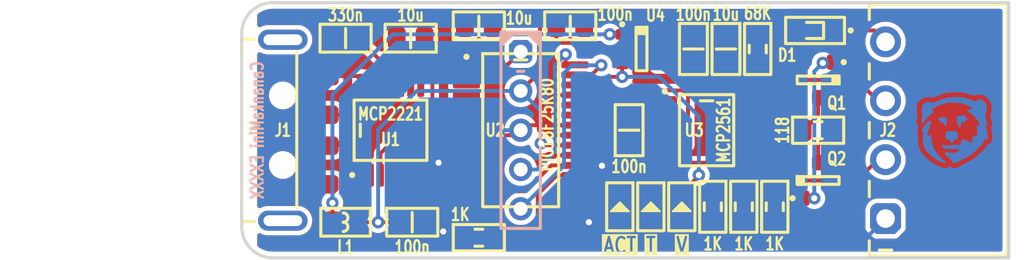
<source format=kicad_pcb>
(kicad_pcb (version 20240108) (generator "pcbnew") (generator_version "8.0")
  (layers (0 "F.Cu" signal) (31 "B.Cu" jumper) (34 "B.Paste" user) (35 "F.Paste" user) (36 "B.SilkS" user "B.Silkscreen") (37 "F.SilkS" user "F.Silkscreen") (38 "B.Mask" user) (39 "F.Mask" user) (44 "Edge.Cuts" user))
  (net 0 "")
  (net 1 "CAN_H")
  (net 2 "CAN_L")
  (net 3 "GND")
  (net 4 "CAN_V+")
  (net 5 "IO_CONTROL_TERMINATE#")
  (net 6 "USB_DP")
  (net 7 "USB_DM")
  (net 8 "USB_5V")
  (net 9 "5V")
  (net 10 "V_USB")
  (net 11 "V_CORE")
  (net 12 "OSC")
  (net 13 "IO_USBCFG")
  (net 14 "ICSP_PGC")
  (net 15 "ICSP_PGD")
  (net 16 "ICSP_VPP")
  (net 17 "LED_ACTIVITY")
  (net 18 "UART_TX")
  (net 19 "UART_RX")
  (net 20 "CAN_TX")
  (net 21 "CAN_RX")
  (net 22 "CAN_L_SPLIT")
  (net 23 "CAN_H_SPLIT")
  (net 24 "LED_CAN_TERMINATE")
  (net 25 "IO_LED_ACTIVITY#")
  (net 26 "ILIMIT")
  (net 27 "LED_POWER")
  (net 28 "POWER_ON#")
  (net 29 "POWER_FAULT#")
  (net 30 "OUT_5V")
  (footprint "Medo64:C (0805)" (layer "F.Cu") (at 49.15 23 -90)
    (property "Reference" "C4" (hide yes))
    (property "Value" "100n" (at -2.25 0 180) (layer "F.SilkS") (effects (font (size 0.8 0.6) (thickness 0.15) (bold yes))))
    (pad "1" smd roundrect (at -0.9 0 270) (size 1.15 1.45) (layers "F.Cu" "F.Paste" "F.Mask") (net 30 "OUT_5V"))
    (pad "2" smd roundrect (at 0.9 0 270) (size 1.15 1.45) (layers "F.Cu" "F.Paste" "F.Mask") (net 3 "GND"))
  )
  (footprint "Medo64:U Micro [PIC18F25K80] (SSOP-28)" (layer "F.Cu") (at 38 28.25)
    (property "Reference" "U2" (at -1.65 0 180) (layer "F.SilkS") (effects (font (size 0.8 0.6))))
    (property "Value" "PIC18F25K80" (at 1.7 -0.35 90) (layer "F.SilkS") (effects (font (size 0.8 0.6))))
    (pad "1" smd roundrect (at -3.5 -4.225) (size 1.75 0.45) (layers "F.Cu" "F.Paste" "F.Mask") (chamfer_ratio 0.2) (chamfer top_left top_right) (net 16 "ICSP_VPP"))
    (pad "2" smd roundrect (at -3.5 -3.575) (size 1.75 0.45) (layers "F.Cu" "F.Paste" "F.Mask"))
    (pad "3" smd roundrect (at -3.5 -2.925) (size 1.75 0.45) (layers "F.Cu" "F.Paste" "F.Mask"))
    (pad "4" smd roundrect (at -3.5 -2.275) (size 1.75 0.45) (layers "F.Cu" "F.Paste" "F.Mask"))
    (pad "5" smd roundrect (at -3.5 -1.625) (size 1.75 0.45) (layers "F.Cu" "F.Paste" "F.Mask") (net 3 "GND"))
    (pad "6" smd roundrect (at -3.5 -0.975) (size 1.75 0.45) (layers "F.Cu" "F.Paste" "F.Mask") (net 11 "V_CORE"))
    (pad "7" smd roundrect (at -3.5 -0.325) (size 1.75 0.45) (layers "F.Cu" "F.Paste" "F.Mask") (net 3 "GND"))
    (pad "8" smd roundrect (at -3.5 0.325) (size 1.75 0.45) (layers "F.Cu" "F.Paste" "F.Mask") (net 3 "GND"))
    (pad "9" smd roundrect (at -3.5 0.975) (size 1.75 0.45) (layers "F.Cu" "F.Paste" "F.Mask") (net 12 "OSC"))
    (pad "10" smd roundrect (at -3.5 1.625) (size 1.75 0.45) (layers "F.Cu" "F.Paste" "F.Mask"))
    (pad "11" smd roundrect (at -3.5 2.275) (size 1.75 0.45) (layers "F.Cu" "F.Paste" "F.Mask") (net 3 "GND"))
    (pad "12" smd roundrect (at -3.5 2.925) (size 1.75 0.45) (layers "F.Cu" "F.Paste" "F.Mask"))
    (pad "13" smd roundrect (at -3.5 3.575) (size 1.75 0.45) (layers "F.Cu" "F.Paste" "F.Mask") (net 13 "IO_USBCFG"))
    (pad "14" smd roundrect (at -3.5 4.225) (size 1.75 0.45) (layers "F.Cu" "F.Paste" "F.Mask"))
    (pad "15" smd roundrect (at 3.5 4.225) (size 1.75 0.45) (layers "F.Cu" "F.Paste" "F.Mask") (net 5 "IO_CONTROL_TERMINATE#"))
    (pad "16" smd roundrect (at 3.5 3.575) (size 1.75 0.45) (layers "F.Cu" "F.Paste" "F.Mask") (net 25 "IO_LED_ACTIVITY#"))
    (pad "17" smd roundrect (at 3.5 2.925) (size 1.75 0.45) (layers "F.Cu" "F.Paste" "F.Mask") (net 18 "UART_TX"))
    (pad "18" smd roundrect (at 3.5 2.275) (size 1.75 0.45) (layers "F.Cu" "F.Paste" "F.Mask") (net 19 "UART_RX"))
    (pad "19" smd roundrect (at 3.5 1.625) (size 1.75 0.45) (layers "F.Cu" "F.Paste" "F.Mask") (net 3 "GND"))
    (pad "20" smd roundrect (at 3.5 0.975) (size 1.75 0.45) (layers "F.Cu" "F.Paste" "F.Mask") (net 9 "5V"))
    (pad "21" smd roundrect (at 3.5 0.325) (size 1.75 0.45) (layers "F.Cu" "F.Paste" "F.Mask") (net 3 "GND"))
    (pad "22" smd roundrect (at 3.5 -0.325) (size 1.75 0.45) (layers "F.Cu" "F.Paste" "F.Mask") (net 3 "GND"))
    (pad "23" smd roundrect (at 3.5 -0.975) (size 1.75 0.45) (layers "F.Cu" "F.Paste" "F.Mask") (net 20 "CAN_TX"))
    (pad "24" smd roundrect (at 3.5 -1.625) (size 1.75 0.45) (layers "F.Cu" "F.Paste" "F.Mask") (net 21 "CAN_RX"))
    (pad "25" smd roundrect (at 3.5 -2.275) (size 1.75 0.45) (layers "F.Cu" "F.Paste" "F.Mask") (net 3 "GND"))
    (pad "26" smd roundrect (at 3.5 -2.925) (size 1.75 0.45) (layers "F.Cu" "F.Paste" "F.Mask") (net 28 "POWER_ON#"))
    (pad "27" smd roundrect (at 3.5 -3.575) (size 1.75 0.45) (layers "F.Cu" "F.Paste" "F.Mask") (net 14 "ICSP_PGC"))
    (pad "28" smd roundrect (at 3.5 -4.225) (size 1.75 0.45) (layers "F.Cu" "F.Paste" "F.Mask") (net 15 "ICSP_PGD"))
  )
  (footprint "Medo64:DS (0805)" (layer "F.Cu") (at 48.4 33.2 -90)
    (property "Reference" "DS3" (hide yes))
    (property "Value" "V" (at 2.5 0 180) (layer "F.SilkS" knockout) (effects (font (size 1 0.8) (thickness 0.15) (bold yes))))
    (pad "1" smd roundrect (at -0.9 0 270) (size 1 1.4) (layers "F.Cu" "F.Paste" "F.Mask") (chamfer_ratio 0.2) (chamfer top_left bottom_left) (net 28 "POWER_ON#"))
    (pad "2" smd roundrect (at 0.9 0 270) (size 1 1.4) (layers "F.Cu" "F.Paste" "F.Mask") (net 27 "LED_POWER"))
  )
  (footprint "Medo64:U LoadSwitch Adjustable [AP22652W6-7] (SOT23-6)" (layer "F.Cu") (at 45.8 23)
    (property "Reference" "U4" (at 0.9 -2.2 0) (layer "F.SilkS") (effects (font (size 0.8 0.6))))
    (property "Value" "AP22652W6-7" (hide yes))
    (pad "1" smd roundrect (at -1.25 -0.95) (size 0.9 0.7) (layers "F.Cu" "F.Paste" "F.Mask") (chamfer_ratio 0.2) (chamfer top_left top_right) (net 8 "USB_5V"))
    (pad "2" smd roundrect (at -1.25 0) (size 0.9 0.7) (layers "F.Cu" "F.Paste" "F.Mask") (net 3 "GND"))
    (pad "3" smd roundrect (at -1.25 0.95) (size 0.9 0.7) (layers "F.Cu" "F.Paste" "F.Mask") (chamfer_ratio 0.2) (chamfer top_left top_right) (net 28 "POWER_ON#"))
    (pad "4" smd roundrect (at 1.25 0.95) (size 0.9 0.7) (layers "F.Cu" "F.Paste" "F.Mask") (net 29 "POWER_FAULT#"))
    (pad "5" smd roundrect (at 1.25 0) (size 0.9 0.7) (layers "F.Cu" "F.Paste" "F.Mask") (net 26 "ILIMIT"))
    (pad "6" smd roundrect (at 1.25 -0.95) (size 0.9 0.7) (layers "F.Cu" "F.Paste" "F.Mask") (net 30 "OUT_5V"))
  )
  (footprint "Medo64:Q MOSFET-P (SOT23-3)" (layer "F.Cu") (at 57.2 25 180)
    (property "Reference" "Q1" (at -1.2 -1.5 180) (layer "F.SilkS") (effects (font (size 0.8 0.6))))
    (property "Value" "DMG2305UX-13" (hide yes))
    (pad "1" smd roundrect (at -0.95 1.15 180) (size 0.8 1) (layers "F.Cu" "F.Paste" "F.Mask") (chamfer_ratio 0.2) (chamfer top_left bottom_left) (net 5 "IO_CONTROL_TERMINATE#"))
    (pad "2" smd roundrect (at 0.95 1.15 180) (size 0.8 1) (layers "F.Cu" "F.Paste" "F.Mask") (net 1 "CAN_H"))
    (pad "3" smd roundrect (at 0 -1.15 180) (size 0.8 1) (layers "F.Cu" "F.Paste" "F.Mask") (net 23 "CAN_H_SPLIT"))
  )
  (footprint "Medo64:C (0805)" (layer "F.Cu") (at 26.7 22.3 180)
    (property "Reference" "C5" (hide yes))
    (property "Value" "330n" (at 0 1.5 180) (layer "F.SilkS") (effects (font (size 0.8 0.6) (thickness 0.15) (bold yes))))
    (pad "1" smd roundrect (at -0.9 0 180) (size 1.15 1.45) (layers "F.Cu" "F.Paste" "F.Mask") (net 10 "V_USB"))
    (pad "2" smd roundrect (at 0.9 0 180) (size 1.15 1.45) (layers "F.Cu" "F.Paste" "F.Mask") (net 3 "GND"))
  )
  (footprint "Medo64:J USB A 2.0 Plug (4w)" (layer "F.Cu") (at 22.65 28.25 -90)
    (property "Reference" "J1" (at 0 0 180) (layer "F.SilkS") (effects (font (size 0.8 0.6))))
    (property "Value" "48037-2200" (hide yes))
    (pad "" np_thru_hole circle (at -2.25 0 270) (size 1.25 1.25) (drill 1.3) (layers "F&B.Cu" "*.Mask"))
    (pad "" np_thru_hole circle (at 2.25 0 270) (size 1.25 1.25) (drill 1.3) (layers "F&B.Cu" "*.Mask"))
    (pad "1" smd roundrect (at 3.5 -2.6 270) (size 1.2 2) (layers "F.Cu" "F.Paste" "F.Mask") (chamfer_ratio 0.2) (chamfer top_right bottom_right) (net 8 "USB_5V"))
    (pad "2" smd roundrect (at 1 -2.6 270) (size 1.2 2) (layers "F.Cu" "F.Paste" "F.Mask") (net 7 "USB_DM"))
    (pad "3" smd roundrect (at -1 -2.6 270) (size 1.2 2) (layers "F.Cu" "F.Paste" "F.Mask") (net 6 "USB_DP"))
    (pad "4" smd roundrect (at -3.5 -2.6 270) (size 1.2 2) (layers "F.Cu" "F.Paste" "F.Mask") (net 3 "GND"))
    (pad "S" thru_hole oval (at -5.85 0 270) (size 1.3 3.2) (drill oval 0.7 2.5) (layers "*.Cu" "*.Mask" "F.Paste"))
    (pad "S" thru_hole oval (at 5.85 0 270) (size 1.3 3.2) (drill oval 0.7 2.5) (layers "*.Cu" "*.Mask" "F.Paste"))
  )
  (footprint "Medo64:L Ferrite (0805)" (layer "F.Cu") (at 26.7 34.2)
    (property "Reference" "L1" (at 0 1.6 0) (layer "F.SilkS") (effects (font (size 0.8 0.6))))
    (property "Value" "40R" (hide yes))
    (pad "1" smd roundrect (at -0.85 0) (size 1.05 1.4) (layers "F.Cu" "F.Paste" "F.Mask") (net 8 "USB_5V"))
    (pad "2" smd roundrect (at 0.85 0) (size 1.05 1.4) (layers "F.Cu" "F.Paste" "F.Mask") (net 9 "5V"))
  )
  (footprint "Medo64:R (0805)" (layer "F.Cu") (at 57.2 28.25)
    (property "Reference" "R1" (hide yes))
    (property "Value" "118" (at -2.3 0 -90) (layer "F.SilkS") (effects (font (size 0.8 0.6))))
    (pad "1" smd roundrect (at -0.95 0) (size 1.05 1.4) (layers "F.Cu" "F.Paste" "F.Mask") (net 23 "CAN_H_SPLIT"))
    (pad "2" smd roundrect (at 0.95 0) (size 1.05 1.4) (layers "F.Cu" "F.Paste" "F.Mask") (net 22 "CAN_L_SPLIT"))
  )
  (footprint "Medo64:C (0805)" (layer "F.Cu") (at 30.9 22.3 180)
    (property "Reference" "C6" (hide yes))
    (property "Value" "10u" (at 0 1.5 0) (layer "F.SilkS") (effects (font (size 0.8 0.6) (thickness 0.15) (bold yes))))
    (pad "1" smd roundrect (at -0.9 0 180) (size 1.15 1.45) (layers "F.Cu" "F.Paste" "F.Mask") (net 11 "V_CORE"))
    (pad "2" smd roundrect (at 0.9 0 180) (size 1.15 1.45) (layers "F.Cu" "F.Paste" "F.Mask") (net 3 "GND"))
  )
  (footprint "Medo64:C (0805)" (layer "F.Cu") (at 51.25 23 -90)
    (property "Reference" "C8" (hide yes))
    (property "Value" "10u" (at -2.25 0 180) (layer "F.SilkS") (effects (font (size 0.8 0.6) (thickness 0.15) (bold yes))))
    (pad "1" smd roundrect (at -0.9 0 270) (size 1.15 1.45) (layers "F.Cu" "F.Paste" "F.Mask") (net 30 "OUT_5V"))
    (pad "2" smd roundrect (at 0.9 0 270) (size 1.15 1.45) (layers "F.Cu" "F.Paste" "F.Mask") (net 3 "GND"))
  )
  (footprint "Medo64:D (SOD323)" (layer "F.Cu") (at 57 21.8 180)
    (property "Reference" "D1" (at 1.8 -1.6 180) (layer "F.SilkS") (effects (font (size 0.8 0.6) (thickness 0.15) (bold yes))))
    (property "Value" "CUS08F30" (hide yes))
    (pad "1" smd roundrect (at -1.25 0 180) (size 0.95 0.55) (layers "F.Cu" "F.Paste" "F.Mask") (chamfer_ratio 0.2) (chamfer top_left bottom_left) (net 4 "CAN_V+"))
    (pad "2" smd roundrect (at 1.25 0 180) (size 0.95 0.55) (layers "F.Cu" "F.Paste" "F.Mask") (net 30 "OUT_5V"))
  )
  (footprint "Medo64:DS (0805)" (layer "F.Cu") (at 46.4 33.2 -90)
    (property "Reference" "DS2" (hide yes))
    (property "Value" "T" (at 2.5 0 180) (layer "F.SilkS" knockout) (effects (font (size 1 0.8) (thickness 0.15) (bold yes))))
    (pad "1" smd roundrect (at -0.9 0 270) (size 1 1.4) (layers "F.Cu" "F.Paste" "F.Mask") (chamfer_ratio 0.2) (chamfer top_left bottom_left) (net 5 "IO_CONTROL_TERMINATE#"))
    (pad "2" smd roundrect (at 0.9 0 270) (size 1 1.4) (layers "F.Cu" "F.Paste" "F.Mask") (net 24 "LED_CAN_TERMINATE"))
  )
  (footprint "Medo64:DS (0805)" (layer "F.Cu") (at 44.4 33.2 -90)
    (property "Reference" "DS1" (hide yes))
    (property "Value" "ACT" (at 2.5 0 180) (layer "F.SilkS" knockout) (effects (font (size 1 0.8) (thickness 0.15) (bold yes))))
    (pad "1" smd roundrect (at -0.9 0 270) (size 1 1.4) (layers "F.Cu" "F.Paste" "F.Mask") (chamfer_ratio 0.2) (chamfer top_left bottom_left) (net 25 "IO_LED_ACTIVITY#"))
    (pad "2" smd roundrect (at 0.9 0 270) (size 1 1.4) (layers "F.Cu" "F.Paste" "F.Mask") (net 17 "LED_ACTIVITY"))
  )
  (footprint "Medo64:R (0805)" (layer "F.Cu") (at 54.4 33.2 -90)
    (property "Reference" "R5" (hide yes))
    (property "Value" "1K" (at 2.4 0 180) (layer "F.SilkS") (effects (font (size 0.8 0.6))))
    (pad "1" smd roundrect (at -0.95 0 270) (size 1.05 1.4) (layers "F.Cu" "F.Paste" "F.Mask") (net 9 "5V"))
    (pad "2" smd roundrect (at 0.95 0 270) (size 1.05 1.4) (layers "F.Cu" "F.Paste" "F.Mask") (net 5 "IO_CONTROL_TERMINATE#"))
  )
  (footprint "Medo64:U Transceiver CAN [MCP2561] (SOIC-8)" (layer "F.Cu") (at 50 28.25)
    (property "Reference" "U3" (at -0.8 0 180) (layer "F.SilkS") (effects (font (size 0.8 0.6))))
    (property "Value" "MCP2561" (at 1.1 0 90) (layer "F.SilkS") (effects (font (size 0.8 0.6))))
    (pad "1" smd roundrect (at -2.7 -1.905) (size 1.6 0.6) (layers "F.Cu" "F.Paste" "F.Mask") (chamfer_ratio 0.2) (chamfer top_left top_right) (net 20 "CAN_TX"))
    (pad "2" smd roundrect (at -2.7 -0.635) (size 1.6 0.6) (layers "F.Cu" "F.Paste" "F.Mask") (net 3 "GND"))
    (pad "3" smd roundrect (at -2.7 0.635) (size 1.6 0.6) (layers "F.Cu" "F.Paste" "F.Mask") (net 9 "5V"))
    (pad "4" smd roundrect (at -2.7 1.905) (size 1.6 0.6) (layers "F.Cu" "F.Paste" "F.Mask") (net 21 "CAN_RX"))
    (pad "5" smd roundrect (at 2.7 1.905) (size 1.6 0.6) (layers "F.Cu" "F.Paste" "F.Mask"))
    (pad "6" smd roundrect (at 2.7 0.635) (size 1.6 0.6) (layers "F.Cu" "F.Paste" "F.Mask") (net 2 "CAN_L"))
    (pad "7" smd roundrect (at 2.7 -0.635) (size 1.6 0.6) (layers "F.Cu" "F.Paste" "F.Mask") (net 1 "CAN_H"))
    (pad "8" smd roundrect (at 2.7 -1.905) (size 1.6 0.6) (layers "F.Cu" "F.Paste" "F.Mask") (net 3 "GND"))
  )
  (footprint "Medo64:J Phoenix MC [CAN] (4w)" (layer "F.Cu") (at 61.55 28.25 90)
    (property "Reference" "J2" (at 0 0.15 0) (layer "F.SilkS") (effects (font (size 0.8 0.6) (thickness 0.15) (bold yes))))
    (property "Value" "MC 1,5/4" (hide yes))
    (pad "1" thru_hole roundrect (at -5.715 0 90) (size 2 2) (drill 1.2) (layers "*.Cu" "B.Mask") (chamfer_ratio 0.2) (chamfer top_left bottom_left) (net 3 "GND"))
    (pad "2" thru_hole circle (at -1.905 0 90) (size 2 2) (drill 1.2) (layers "*.Cu" "B.Mask") (net 2 "CAN_L"))
    (pad "3" thru_hole circle (at 1.905 0 90) (size 2 2) (drill 1.2) (layers "*.Cu" "B.Mask") (net 1 "CAN_H"))
    (pad "4" thru_hole circle (at 5.715 0 90) (size 2 2) (drill 1.2) (layers "*.Cu" "B.Mask") (net 4 "CAN_V+"))
  )
  (footprint "Medo64:C (0805)" (layer "F.Cu") (at 35.3 21.5 180)
    (property "Reference" "C7" (hide yes))
    (property "Value" "10u" (at -2.6 0.5 180) (layer "F.SilkS") (effects (font (size 0.8 0.6) (thickness 0.15) (bold yes))))
    (pad "1" smd roundrect (at -0.9 0 180) (size 1.15 1.45) (layers "F.Cu" "F.Paste" "F.Mask") (net 9 "5V"))
    (pad "2" smd roundrect (at 0.9 0 180) (size 1.15 1.45) (layers "F.Cu" "F.Paste" "F.Mask") (net 3 "GND"))
  )
  (footprint "Medo64:C (0805)" (layer "F.Cu") (at 31 34.2)
    (property "Reference" "C1" (hide yes))
    (property "Value" "100n" (at 0 1.6 0) (layer "F.SilkS") (effects (font (size 0.8 0.6) (thickness 0.15) (bold yes))))
    (pad "1" smd roundrect (at -0.9 0) (size 1.15 1.45) (layers "F.Cu" "F.Paste" "F.Mask") (net 9 "5V"))
    (pad "2" smd roundrect (at 0.9 0) (size 1.15 1.45) (layers "F.Cu" "F.Paste" "F.Mask") (net 3 "GND"))
  )
  (footprint "Medo64:R (0805)" (layer "F.Cu") (at 52.4 33.2 -90)
    (property "Reference" "R4" (hide yes))
    (property "Value" "1K" (at 2.4 0 180) (layer "F.SilkS") (effects (font (size 0.8 0.6))))
    (pad "1" smd roundrect (at -0.95 0 270) (size 1.05 1.4) (layers "F.Cu" "F.Paste" "F.Mask") (net 9 "5V"))
    (pad "2" smd roundrect (at 0.95 0 270) (size 1.05 1.4) (layers "F.Cu" "F.Paste" "F.Mask") (net 24 "LED_CAN_TERMINATE"))
  )
  (footprint "Medo64:U Transceiver UART+I2C [MCP2221] (TSSOP-14)" (layer "F.Cu") (at 29.6 28.25 90)
    (property "Reference" "U1" (at -0.6 0 0) (layer "F.SilkS") (effects (font (size 0.8 0.6))))
    (property "Value" "MCP2221" (at 1.05 0 0) (layer "F.SilkS") (effects (font (size 0.8 0.6))))
    (pad "1" smd roundrect (at -2.9 -1.95 90) (size 1.5 0.45) (layers "F.Cu" "F.Paste" "F.Mask") (chamfer_ratio 0.2) (chamfer top_left top_right) (net 9 "5V"))
    (pad "2" smd roundrect (at -2.9 -1.3 90) (size 1.5 0.45) (layers "F.Cu" "F.Paste" "F.Mask"))
    (pad "3" smd roundrect (at -2.9 -0.65 90) (size 1.5 0.45) (layers "F.Cu" "F.Paste" "F.Mask") (net 12 "OSC"))
    (pad "4" smd roundrect (at -2.9 0 90) (size 1.5 0.45) (layers "F.Cu" "F.Paste" "F.Mask"))
    (pad "5" smd roundrect (at -2.9 0.65 90) (size 1.5 0.45) (layers "F.Cu" "F.Paste" "F.Mask") (net 18 "UART_TX"))
    (pad "6" smd roundrect (at -2.9 1.3 90) (size 1.5 0.45) (layers "F.Cu" "F.Paste" "F.Mask") (net 19 "UART_RX"))
    (pad "7" smd roundrect (at -2.9 1.95 90) (size 1.5 0.45) (layers "F.Cu" "F.Paste" "F.Mask") (net 13 "IO_USBCFG"))
    (pad "8" smd roundrect (at 2.9 1.95 90) (size 1.5 0.45) (layers "F.Cu" "F.Paste" "F.Mask"))
    (pad "9" smd roundrect (at 2.9 1.3 90) (size 1.5 0.45) (layers "F.Cu" "F.Paste" "F.Mask"))
    (pad "10" smd roundrect (at 2.9 0.65 90) (size 1.5 0.45) (layers "F.Cu" "F.Paste" "F.Mask"))
    (pad "11" smd roundrect (at 2.9 0 90) (size 1.5 0.45) (layers "F.Cu" "F.Paste" "F.Mask") (net 10 "V_USB"))
    (pad "12" smd roundrect (at 2.9 -0.65 90) (size 1.5 0.45) (layers "F.Cu" "F.Paste" "F.Mask") (net 7 "USB_DM"))
    (pad "13" smd roundrect (at 2.9 -1.3 90) (size 1.5 0.45) (layers "F.Cu" "F.Paste" "F.Mask") (net 6 "USB_DP"))
    (pad "14" smd roundrect (at 2.9 -1.95 90) (size 1.5 0.45) (layers "F.Cu" "F.Paste" "F.Mask") (net 3 "GND"))
  )
  (footprint "Medo64:R (0805)" (layer "F.Cu") (at 50.4 33.2 -90)
    (property "Reference" "R3" (hide yes))
    (property "Value" "1K" (at 2.4 0 180) (layer "F.SilkS") (effects (font (size 0.8 0.6))))
    (pad "1" smd roundrect (at -0.95 0 270) (size 1.05 1.4) (layers "F.Cu" "F.Paste" "F.Mask") (net 9 "5V"))
    (pad "2" smd roundrect (at 0.95 0 270) (size 1.05 1.4) (layers "F.Cu" "F.Paste" "F.Mask") (net 27 "LED_POWER"))
  )
  (footprint "Medo64:Q MOSFET-P (SOT23-3)" (layer "F.Cu") (at 57.2 31.5)
    (property "Reference" "Q2" (at 1.2 -1.4 180) (layer "F.SilkS") (effects (font (size 0.8 0.6))))
    (property "Value" "DMG2305UX-13" (hide yes))
    (pad "1" smd roundrect (at -0.95 1.15) (size 0.8 1) (layers "F.Cu" "F.Paste" "F.Mask") (chamfer_ratio 0.2) (chamfer top_left bottom_left) (net 5 "IO_CONTROL_TERMINATE#"))
    (pad "2" smd roundrect (at 0.95 1.15) (size 0.8 1) (layers "F.Cu" "F.Paste" "F.Mask") (net 2 "CAN_L"))
    (pad "3" smd roundrect (at 0 -1.15) (size 0.8 1) (layers "F.Cu" "F.Paste" "F.Mask") (net 22 "CAN_L_SPLIT"))
  )
  (footprint "Medo64:R (0805)" (layer "F.Cu") (at 35.3 35.2)
    (property "Reference" "R2" (hide yes))
    (property "Value" "1K" (at -1.2 -1.5 0) (layer "F.SilkS") (effects (font (size 0.8 0.6))))
    (pad "1" smd roundrect (at -0.95 0) (size 1.05 1.4) (layers "F.Cu" "F.Paste" "F.Mask") (net 9 "5V"))
    (pad "2" smd roundrect (at 0.95 0) (size 1.05 1.4) (layers "F.Cu" "F.Paste" "F.Mask") (net 17 "LED_ACTIVITY"))
  )
  (footprint "Medo64:C (0805)" (layer "F.Cu") (at 45 28.25 90)
    (property "Reference" "C2" (hide yes))
    (property "Value" "100n" (at -2.35 0 0) (layer "F.SilkS") (effects (font (size 0.8 0.6) (thickness 0.15) (bold yes))))
    (pad "1" smd roundrect (at -0.9 0 90) (size 1.15 1.45) (layers "F.Cu" "F.Paste" "F.Mask") (net 9 "5V"))
    (pad "2" smd roundrect (at 0.9 0 90) (size 1.15 1.45) (layers "F.Cu" "F.Paste" "F.Mask") (net 3 "GND"))
  )
  (footprint "Medo64:C (0805)" (layer "F.Cu") (at 41.2 21.5 180)
    (property "Reference" "C3" (hide yes))
    (property "Value" "100n" (at -2.9 0.75 180) (layer "F.SilkS") (effects (font (size 0.8 0.6) (thickness 0.15) (bold yes))))
    (pad "1" smd roundrect (at -0.9 0 180) (size 1.15 1.45) (layers "F.Cu" "F.Paste" "F.Mask") (net 8 "USB_5V"))
    (pad "2" smd roundrect (at 0.9 0 180) (size 1.15 1.45) (layers "F.Cu" "F.Paste" "F.Mask") (net 3 "GND"))
  )
  (footprint "Medo64:R (0805)" (layer "F.Cu") (at 53.3 23 -90)
    (property "Reference" "R7" (hide yes))
    (property "Value" "68K" (at -2.3 0 180) (layer "F.SilkS") (effects (font (size 0.8 0.6))))
    (pad "1" smd roundrect (at -0.95 0 270) (size 1.05 1.4) (layers "F.Cu" "F.Paste" "F.Mask") (net 26 "ILIMIT"))
    (pad "2" smd roundrect (at 0.95 0 270) (size 1.05 1.4) (layers "F.Cu" "F.Paste" "F.Mask") (net 3 "GND"))
  )
  (footprint "Medo64:ICSP PIC Pogo SS (5w)" (layer "B.Cu") (at 38 28.25 -90)
    (property "Reference" "ICSP" (hide yes))
    (property "Value" "Microchip PIC" (hide yes))
    (pad "1" thru_hole roundrect (at -5.08 0 270) (size 1.5 1.5) (drill 0.9) (layers "*.Cu" "B.Mask") (chamfer_ratio 0.2) (chamfer top_left bottom_left) (net 16 "ICSP_VPP"))
    (pad "2" thru_hole circle (at -2.54 0 270) (size 1.5 1.5) (drill 0.9) (layers "*.Cu" "B.Mask") (net 9 "5V"))
    (pad "3" thru_hole circle (at 0 0 270) (size 1.5 1.5) (drill 0.9) (layers "*.Cu" "B.Mask") (net 3 "GND"))
    (pad "4" thru_hole circle (at 2.54 0 270) (size 1.5 1.5) (drill 0.9) (layers "*.Cu" "B.Mask") (net 15 "ICSP_PGD"))
    (pad "5" thru_hole circle (at 5.08 0 270) (size 1.5 1.5) (drill 0.9) (layers "*.Cu" "B.Mask") (net 14 "ICSP_PGC"))
  )
  (footprint "Medo64:ICON Medo64" (layer "B.Cu") (at 66 28.25 180)
    (property "Reference" "ICON" (hide yes))
    (property "Value" "Medo64" (hide yes))
    (fp_poly (pts (xy 0.569 0.353) (xy 0.506 0.707) (xy 0.554 0.778) (xy 0.719 0.8) (xy 0.885 0.786) (xy 0.979 0.733) (xy 1.012 0.682) (xy 0.902 0.659) (xy 0.892 0.612) (xy 0.793 0.5) (xy 0.659 0.583) (xy 0.647 0.581) (xy 0.632 0.391) (xy 0.622 0.353) (xy 0.592 0.334)) (stroke (width 0.1)) (fill solid) (layer "B.Cu"))
    (fp_poly (pts (xy -0.347 0.253) (xy -0.412 0.648) (xy -0.502 0.544) (xy -0.626 0.56) (xy -0.646 0.595) (xy -0.654 0.695) (xy -0.79 0.696) (xy -0.777 0.752) (xy -0.709 0.806) (xy -0.594 0.838) (xy -0.594 0.861) (xy -0.645 0.874) (xy -0.654 0.893) (xy -0.626 0.915) (xy -0.491 0.913) (xy -0.267 0.874) (xy -0.168 0.787) (xy -0.23 0.486) (xy -0.331 0.233) (xy -0.339 0.24)) (stroke (width 0.1)) (fill solid) (layer "B.Cu"))
    (fp_poly (pts (xy 0.115 -0.742) (xy 0.0899 -0.706) (xy 0.0781 -0.566) (xy 0.0622 -0.52) (xy 0.00798 -0.502) (xy -0.097 -0.566) (xy -0.155 -0.508) (xy -0.174 -0.31) (xy -0.101 -0.133) (xy -0.0361 -0.108) (xy 0.168 -0.103) (xy 0.347 -0.109) (xy 0.44 -0.12) (xy 0.515 -0.205) (xy 0.54 -0.36) (xy 0.533 -0.466) (xy 0.5 -0.535) (xy 0.431 -0.596) (xy 0.384 -0.562) (xy 0.365 -0.53) (xy 0.342 -0.512) (xy 0.286 -0.53) (xy 0.257 -0.652) (xy 0.212 -0.749)) (stroke (width 0.1)) (fill solid) (layer "B.Cu"))
    (fp_poly (pts (xy 1.137 -1.588) (xy 1.377 -1.227) (xy 1.493 -0.853) (xy 1.544 -0.455) (xy 1.551 -0.378) (xy 1.595 -0.367) (xy 1.649 -0.379) (xy 1.781 -0.45) (xy 1.801 -0.39) (xy 1.761 -0.0848) (xy 1.586 0.417) (xy 1.555 0.511) (xy 1.55 0.558) (xy 1.648 0.527) (xy 1.79 0.423) (xy 1.958 0.207) (xy 2.045 -0.013) (xy 2.05 -0.076) (xy 1.964 -0.0819) (xy 1.999 -0.548) (xy 1.973 -0.89) (xy 1.846 -1.245) (xy 1.444 -1.662) (xy 1.007 -1.949) (xy 0.62 -2.1)) (stroke (width 0.1)) (fill solid) (layer "B.Cu"))
    (fp_poly (pts (xy -0.162 -2.027) (xy -1.067 -1.539) (xy -1.715 -0.923) (xy -1.847 -0.71) (xy -1.921 -0.519) (xy -2.079 -0.567) (xy -2.095 -0.469) (xy -2.062 -0.0937) (xy -1.952 0.314) (xy -1.982 0.367) (xy -2.06 0.354) (xy -2.077 0.422) (xy -1.93 0.912) (xy -2.032 1.227) (xy -2.034 1.544) (xy -1.998 1.647) (xy -1.903 1.796) (xy -1.782 1.9) (xy -1.695 1.941) (xy -1.468 1.93) (xy -1.663 1.801) (xy -1.722 1.753) (xy -1.784 1.659) (xy -1.735 1.66) (xy -1.576 1.778) (xy -1.371 1.817) (xy -1.254 1.827) (xy -1.134 1.877) (xy -0.852 1.987) (xy -0.528 2.073) (xy -0.0731 2.1) (xy 0.509 2.05) (xy 1.073 1.842) (xy 1.317 1.73) (xy 1.649 1.779) (xy 1.837 1.763) (xy 2.065 1.59) (xy 1.802 1.633) (xy 1.67 1.615) (xy 1.959 1.505) (xy 2.067 1.378) (xy 2.085 1.212) (xy 2.009 0.915) (xy 2.099 0.563) (xy 2.055 0.501) (xy 1.891 0.746) (xy 1.396 1.198) (xy 1.522 1.254) (xy 1.413 1.428) (xy 1.101 1.627) (xy 0.403 1.839) (xy -0.366 1.813) (xy -0.919 1.642) (xy -1.209 1.43) (xy -1.227 1.366) (xy -0.981 1.3) (xy -0.886 1.23) (xy -1.21 1.035) (xy -1.558 0.628) (xy -1.682 0.293) (xy -1.663 0.238) (xy -1.492 0.262) (xy -1.468 0.242) (xy -1.547 -0.268) (xy -1.529 -0.375) (xy -1.464 -0.408) (xy -1.339 -0.39) (xy -1.231 -0.419) (xy -1.16 -0.905) (xy -0.625 -0.656) (xy -0.494 -0.655) (xy -0.414 -1.002) (xy 0.18 -1.002) (xy 0.561 -1.064) (xy 0.751 -0.985) (xy 0.746 -1.053) (xy 0.624 -1.17) (xy 0.142 -1.154) (xy -0.23 -1.188) (xy -0.449 -1.178) (xy -0.342 -1.347) (xy -0.189 -1.45) (xy -0.0588 -1.5) (xy 0.291 -1.511) (xy 0.537 -1.463) (xy 0.568 -1.475) (xy 0.523 -1.584) (xy 0.188 -1.888) (xy 0.0332 -2.1)) (stroke (width 0.1)) (fill solid) (layer "B.Cu"))
  )
  (gr_line (start 22 36.5) (end 69.5 36.5) (stroke (width 0.2)) (layer "Edge.Cuts"))
  (gr_line (start 22 20) (end 69.5 20) (stroke (width 0.2)) (layer "Edge.Cuts"))
  (gr_arc (start 20 22) (mid 20.585786 20.585786) (end 22 20) (stroke (width 0.2)) (layer "Edge.Cuts"))
  (gr_line (start 69.5 20) (end 69.5 36.5) (stroke (width 0.2)) (layer "Edge.Cuts"))
  (gr_line (start 20 22) (end 20 34.5) (stroke (width 0.2)) (layer "Edge.Cuts"))
  (gr_arc (start 22 36.5) (mid 20.585786 35.914214) (end 20 34.5) (stroke (width 0.2)) (layer "Edge.Cuts"))
  (gr_text "CanankaMini EXXXX" (at 21 28.25 90) (layer "B.SilkS") (effects (font (size 0.8 0.6) (thickness 0.15) (bold yes)) (justify mirror)))
  (segment (start 54.985 27.615) (end 55.3 27.3) (width 0.25) (layer "F.Cu") (net 1))
  (segment (start 52.7 27.615) (end 54.985 27.615) (width 0.25) (layer "F.Cu") (net 1))
  (segment (start 59.705 25) (end 56.3 25) (width 0.25) (layer "F.Cu") (net 1))
  (segment (start 56.25 24.95) (end 56.3 25) (width 0.25) (layer "F.Cu") (net 1))
  (segment (start 55.6 25) (end 56.3 25) (width 0.25) (layer "F.Cu") (net 1))
  (segment (start 55.3 25.3) (end 55.6 25) (width 0.25) (layer "F.Cu") (net 1))
  (segment (start 61.05 26.345) (end 59.705 25) (width 0.25) (layer "F.Cu") (net 1))
  (segment (start 56.25 23.85) (end 56.25 24.95) (width 0.25) (layer "F.Cu") (net 1))
  (segment (start 55.3 27.3) (end 55.3 25.3) (width 0.25) (layer "F.Cu") (net 1))
  (segment (start 54.885 28.885) (end 55.3 29.3) (width 0.25) (layer "F.Cu") (net 2))
  (segment (start 55.3 29.3) (end 55.3 31.1) (width 0.25) (layer "F.Cu") (net 2))
  (segment (start 58.15 31.55) (end 58.1 31.5) (width 0.25) (layer "F.Cu") (net 2))
  (segment (start 52.7 28.885) (end 54.885 28.885) (width 0.25) (layer "F.Cu") (net 2))
  (segment (start 59.705 31.5) (end 58.1 31.5) (width 0.25) (layer "F.Cu") (net 2))
  (segment (start 61.05 30.155) (end 59.705 31.5) (width 0.25) (layer "F.Cu") (net 2))
  (segment (start 55.3 31.1) (end 55.7 31.5) (width 0.25) (layer "F.Cu") (net 2))
  (segment (start 58.15 32.65) (end 58.15 31.55) (width 0.25) (layer "F.Cu") (net 2))
  (segment (start 55.7 31.5) (end 58.1 31.5) (width 0.25) (layer "F.Cu") (net 2))
  (segment (start 39.7 28.3) (end 39.7 27.925) (width 0.25) (layer "F.Cu") (net 3))
  (segment (start 41.5 25.975) (end 39.725 25.975) (width 0.2) (layer "F.Cu") (net 3))
  (segment (start 40.3 21.5) (end 40.3 22.6) (width 0.25) (layer "F.Cu") (net 3))
  (segment (start 41.5 29.875) (end 42.575 29.875) (width 0.25) (layer "F.Cu") (net 3))
  (segment (start 34.5 30.525) (end 35.975 30.525) (width 0.25) (layer "F.Cu") (net 3))
  (segment (start 40.05 22.6) (end 40.3 22.6) (width 0.25) (layer "F.Cu") (net 3))
  (segment (start 25.8 20.9) (end 30.1 20.9) (width 0.25) (layer "F.Cu") (net 3))
  (segment (start 41.5 27.925) (end 39.7 27.925) (width 0.25) (layer "F.Cu") (net 3))
  (segment (start 34.5 27.925) (end 36.2 27.925) (width 0.25) (layer "F.Cu") (net 3))
  (segment (start 34.5 28.575) (end 36.2 28.575) (width 0.25) (layer "F.Cu") (net 3))
  (segment (start 43.525 28.575) (end 44.75 27.35) (width 0.25) (layer "F.Cu") (net 3))
  (segment (start 39.725 25.975) (end 39.7 25.95) (width 0.2) (layer "F.Cu") (net 3))
  (segment (start 42.575 29.875) (end 43.25 30.55) (width 0.25) (layer "F.Cu") (net 3))
  (segment (start 42.1 22.6) (end 43.153984 22.6) (width 0.25) (layer "F.Cu") (net 3))
  (segment (start 33 21.1) (end 32.8 20.9) (width 0.25) (layer "F.Cu") (net 3))
  (segment (start 30.1 20.9) (end 30.1 22.3) (width 0.25) (layer "F.Cu") (net 3))
  (segment (start 45.8 23.35) (end 45.45 23) (width 0.25) (layer "F.Cu") (net 3))
  (segment (start 38.9 29.875) (end 38.525 29.5) (width 0.25) (layer "F.Cu") (net 3))
  (segment (start 43.553984 23) (end 44.3 23) (width 0.25) (layer "F.Cu") (net 3))
  (segment (start 36.2 29.5) (end 36.2 28.575) (width 0.25) (layer "F.Cu") (net 3))
  (segment (start 34.4 21.5) (end 33 21.5) (width 0.25) (layer "F.Cu") (net 3))
  (segment (start 39.7 25.95) (end 39.7 22.95) (width 0.25) (layer "F.Cu") (net 3))
  (segment (start 46.05 25.1) (end 45.8 24.85) (width 0.25) (layer "F.Cu") (net 3))
  (segment (start 33 21.5) (end 33 21.1) (width 0.25) (layer "F.Cu") (net 3))
  (segment (start 38.525 29.5) (end 36.2 29.5) (width 0.25) (layer "F.Cu") (net 3))
  (segment (start 41.5 28.575) (end 39.975 28.575) (width 0.25) (layer "F.Cu") (net 3))
  (segment (start 33 34.8) (end 32.5 34.8) (width 0.25) (layer "F.Cu") (net 3))
  (segment (start 39.975 28.575) (end 39.7 28.3) (width 0.25) (layer "F.Cu") (net 3))
  (segment (start 32.8 20.9) (end 30.1 20.9) (width 0.25) (layer "F.Cu") (net 3))
  (segment (start 25.8 23.6) (end 25.8 24.3) (width 0.25) (layer "F.Cu") (net 3))
  (segment (start 36.2 28.575) (end 37.675 28.575) (width 0.25) (layer "F.Cu") (net 3))
  (segment (start 36.2 29.7) (end 36.2 29.5) (width 0.25) (layer "F.Cu") (net 3))
  (segment (start 33 26.3) (end 33 21.5) (width 0.25) (layer "F.Cu") (net 3))
  (segment (start 52.7 26.345) (end 50.395 26.345) (width 0.25) (layer "F.Cu") (net 3))
  (segment (start 41.5 28.575) (end 43.525 28.575) (width 0.25) (layer "F.Cu") (net 3))
  (segment (start 27.65 24.75) (end 25.35 24.75) (width 0.25) (layer "F.Cu") (net 3))
  (segment (start 39.7 27.925) (end 38.325 27.925) (width 0.25) (layer "F.Cu") (net 3))
  (segment (start 47.3 27.615) (end 45.265 27.615) (width 0.25) (layer "F.Cu") (net 3))
  (segment (start 39.7 25.95) (end 39.7 27.925) (width 0.25) (layer "F.Cu") (net 3))
  (segment (start 53.3 23.95) (end 51.3 23.95) (width 0.25) (layer "F.Cu") (net 3))
  (segment (start 35.925 26.625) (end 36.2 26.9) (width 0.25) (layer "F.Cu") (net 3))
  (segment (start 34.5 26.625) (end 35.925 26.625) (width 0.25) (layer "F.Cu") (net 3))
  (segment (start 45.8 24.85) (end 45.8 23.35) (width 0.25) (layer "F.Cu") (net 3))
  (segment (start 49.15 25.1) (end 46.05 25.1) (width 0.25) (layer "F.Cu") (net 3))
  (segment (start 51.25 23.9) (end 49.15 23.9) (width 0.25) (layer "F.Cu") (net 3))
  (segment (start 35.975 30.525) (end 36.2 30.3) (width 0.25) (layer "F.Cu") (net 3))
  (segment (start 43.153984 22.6) (end 43.553984 23) (width 0.25) (layer "F.Cu") (net 3))
  (segment (start 25.8 22.3) (end 25.8 20.9) (width 0.25) (layer "F.Cu") (net 3))
  (segment (start 45.45 23) (end 44.55 23) (width 0.25) (layer "F.Cu") (net 3))
  (segment (start 34.5 26.625) (end 33.325 26.625) (width 0.25) (layer "F.Cu") (net 3))
  (segment (start 49.15 25) (end 49.15 23.9) (width 0.25) (layer "F.Cu") (net 3))
  (segment (start 32.5 34.8) (end 31.9 34.2) (width 0.25) (layer "F.Cu") (net 3))
  (segment (start 36.2 27.925) (end 36.2 28.575) (width 0.25) (layer "F.Cu") (net 3))
  (segment (start 25.8 22.3) (end 25.8 23.6) (width 0.25) (layer "F.Cu") (net 3))
  (segment (start 39.7 22.95) (end 40.05 22.6) (width 0.25) (layer "F.Cu") (net 3))
  (segment (start 36.2 30.3) (end 36.2 29.7) (width 0.25) (layer "F.Cu") (net 3))
  (segment (start 41.5 29.875) (end 38.9 29.875) (width 0.25) (layer "F.Cu") (net 3))
  (segment (start 36.2 26.9) (end 36.2 27.925) (width 0.25) (layer "F.Cu") (net 3))
  (segment (start 33.325 26.625) (end 33 26.3) (width 0.25) (layer "F.Cu") (net 3))
  (segment (start 50.395 26.345) (end 49.15 25.1) (width 0.25) (layer "F.Cu") (net 3))
  (segment (start 40.3 22.6) (end 42.1 22.6) (width 0.25) (layer "F.Cu") (net 3))
  (via (at 42.4 34.2) (size 0.8) (drill 0.4) (layers "F.Cu" "B.Cu") (net 3))
  (via (at 43.25 30.55) (size 0.8) (drill 0.4) (layers "F.Cu" "B.Cu") (net 3))
  (via (at 32.7 30.35) (size 0.8) (drill 0.4) (layers "F.Cu" "B.Cu") (net 3))
  (via (at 33 34.8) (size 0.8) (drill 0.4) (layers "F.Cu" "B.Cu") (net 3))
  (segment (start 33 28.5) (end 33 30.35) (width 0.25) (layer "B.Cu") (net 3))
  (segment (start 38 28.25) (end 33.25 28.25) (width 0.25) (layer "B.Cu") (net 3))
  (segment (start 33 34.8) (end 41.8 34.8) (width 0.25) (layer "B.Cu") (net 3))
  (segment (start 33.25 28.25) (end 33 28.5) (width 0.25) (layer "B.Cu") (net 3))
  (segment (start 59.615 35.9) (end 35.1 35.9) (width 0.25) (layer "B.Cu") (net 3))
  (segment (start 61.55 33.965) (end 59.615 35.9) (width 0.25) (layer "B.Cu") (net 3))
  (segment (start 42.4 34.2) (end 42.4 31.4) (width 0.25) (layer "B.Cu") (net 3))
  (segment (start 33 30.35) (end 33 34.8) (width 0.25) (layer "B.Cu") (net 3))
  (segment (start 34.1 35.9) (end 33 34.8) (width 0.25) (layer "B.Cu") (net 3))
  (segment (start 42.4 31.4) (end 43.25 30.55) (width 0.25) (layer "B.Cu") (net 3))
  (segment (start 33 30.35) (end 32.7 30.35) (width 0.25) (layer "B.Cu") (net 3))
  (segment (start 41.8 34.8) (end 42.4 34.2) (width 0.25) (layer "B.Cu") (net 3))
  (segment (start 60.815 21.8) (end 61.55 22.535) (width 0.25) (layer "F.Cu") (net 4))
  (segment (start 58.25 21.8) (end 60.815 21.8) (width 0.25) (layer "F.Cu") (net 4))
  (segment (start 55.7 33.2) (end 56.25 32.65) (width 0.25) (layer "F.Cu") (net 5))
  (segment (start 50.4 33.2) (end 54.4 33.2) (width 0.25) (layer "F.Cu") (net 5))
  (segment (start 57.5 23.9) (end 58.1 23.9) (width 0.25) (layer "F.Cu") (net 5))
  (segment (start 54.4 34.15) (end 54.4 33.2) (width 0.25) (layer "F.Cu") (net 5))
  (segment (start 46.4 32.3) (end 46.4 33.2) (width 0.2) (layer "F.Cu") (net 5))
  (segment (start 43.6 33.2) (end 46.4 33.2) (width 0.25) (layer "F.Cu") (net 5))
  (segment (start 42.875 32.475) (end 43.6 33.2) (width 0.25) (layer "F.Cu") (net 5))
  (segment (start 54.4 33.2) (end 55.7 33.2) (width 0.25) (layer "F.Cu") (net 5))
  (segment (start 56.25 32.65) (end 56.95 32.65) (width 0.25) (layer "F.Cu") (net 5))
  (segment (start 41.5 32.475) (end 42.875 32.475) (width 0.25) (layer "F.Cu") (net 5))
  (segment (start 46.4 33.2) (end 50.4 33.2) (width 0.25) (layer "F.Cu") (net 5))
  (via (at 57.5 23.9) (size 0.8) (drill 0.4) (layers "F.Cu" "B.Cu") (net 5))
  (via (at 56.95 32.65) (size 0.8) (drill 0.4) (layers "F.Cu" "B.Cu") (net 5))
  (segment (start 56.95 24.45) (end 57.5 23.9) (width 0.25) (layer "B.Cu") (net 5))
  (segment (start 56.95 32.65) (end 56.95 24.45) (width 0.25) (layer "B.Cu") (net 5))
  (segment (start 28.3 26.365901) (end 28.3 25.35) (width 0.25) (layer "F.Cu") (net 6))
  (segment (start 25.35 27.25) (end 27.415901 27.25) (width 0.25) (layer "F.Cu") (net 6))
  (segment (start 27.415901 27.25) (end 28.3 26.365901) (width 0.25) (layer "F.Cu") (net 6))
  (segment (start 26.15 29.25) (end 28.95 26.45) (width 0.25) (layer "F.Cu") (net 7))
  (segment (start 25.85 29.25) (end 26.15 29.25) (width 0.25) (layer "F.Cu") (net 7))
  (segment (start 28.95 26.45) (end 28.95 25.35) (width 0.25) (layer "F.Cu") (net 7))
  (segment (start 44.55 22.05) (end 42.65 22.05) (width 0.25) (layer "F.Cu") (net 8))
  (segment (start 25.85 32.25) (end 25.35 31.75) (width 0.25) (layer "F.Cu") (net 8))
  (segment (start 44.55 22.05) (end 43.75 22.05) (width 0.25) (layer "F.Cu") (net 8))
  (segment (start 25.85 32.95) (end 25.85 32.25) (width 0.25) (layer "F.Cu") (net 8))
  (segment (start 25.85 34.2) (end 25.85 32.95) (width 0.25) (layer "F.Cu") (net 8))
  (segment (start 42.65 22.05) (end 42.1 21.5) (width 0.25) (layer "F.Cu") (net 8))
  (via (at 25.85 32.95) (size 0.8) (drill 0.4) (layers "F.Cu" "B.Cu") (net 8))
  (via (at 43.75 22.05) (size 0.8) (drill 0.4) (layers "F.Cu" "B.Cu") (net 8))
  (segment (start 25.85 25.95) (end 29.75 22.05) (width 0.25) (layer "B.Cu") (net 8))
  (segment (start 29.75 22.05) (end 43.75 22.05) (width 0.25) (layer "B.Cu") (net 8))
  (segment (start 25.85 32.95) (end 25.85 25.95) (width 0.25) (layer "B.Cu") (net 8))
  (segment (start 50.4 32.25) (end 52.4 32.25) (width 0.25) (layer "F.Cu") (net 9))
  (segment (start 38 25.71) (end 39.25 24.46) (width 0.25) (layer "F.Cu") (net 9))
  (segment (start 31.3 35.7) (end 30.1 34.5) (width 0.25) (layer "F.Cu") (net 9))
  (segment (start 45.375 30.95) (end 48.35 30.95) (width 0.25) (layer "F.Cu") (net 9))
  (segment (start 47.3 28.885) (end 45.265 28.885) (width 0.25) (layer "F.Cu") (net 9))
  (segment (start 45 29.15) (end 41.575 29.15) (width 0.25) (layer "F.Cu") (net 9))
  (segment (start 39.25 24.46) (end 39.25 21.5) (width 0.25) (layer "F.Cu") (net 9))
  (segment (start 45 30.575) (end 45.375 30.95) (width 0.25) (layer "F.Cu") (net 9))
  (segment (start 45 29.15) (end 45 30.575) (width 0.25) (layer "F.Cu") (net 9))
  (segment (start 48.35 30.95) (end 48.95 30.35) (width 0.25) (layer "F.Cu") (net 9))
  (segment (start 50.05 30.35) (end 50.4 30.7) (width 0.25) (layer "F.Cu") (net 9))
  (segment (start 34.35 35.7) (end 31.3 35.7) (width 0.25) (layer "F.Cu") (net 9))
  (segment (start 27.65 34.1) (end 27.65 31.15) (width 0.25) (layer "F.Cu") (net 9))
  (segment (start 50.4 30.7) (end 50.4 32.25) (width 0.25) (layer "F.Cu") (net 9))
  (segment (start 52.4 32.25) (end 54.3 32.25) (width 0.25) (layer "F.Cu") (net 9))
  (segment (start 39.425 29.225) (end 39.3 29.1) (width 0.25) (layer "F.Cu") (net 9))
  (segment (start 48.95 30.35) (end 50.05 30.35) (width 0.25) (layer "F.Cu") (net 9))
  (segment (start 41.5 29.225) (end 39.425 29.225) (width 0.25) (layer "F.Cu") (net 9))
  (segment (start 27.55 34.2) (end 30.1 34.2) (width 0.25) (layer "F.Cu") (net 9))
  (segment (start 39.25 21.5) (end 36.2 21.5) (width 0.25) (layer "F.Cu") (net 9))
  (via (at 39.3 29.1) (size 0.8) (drill 0.4) (layers "F.Cu" "B.Cu") (net 9))
  (via (at 28.8 34.2) (size 0.8) (drill 0.4) (layers "F.Cu" "B.Cu") (net 9))
  (segment (start 38 25.71) (end 31.29 25.71) (width 0.25) (layer "B.Cu") (net 9))
  (segment (start 39.3 29.1) (end 39.3 27.01) (width 0.25) (layer "B.Cu") (net 9))
  (segment (start 39.3 27.01) (end 38 25.71) (width 0.25) (layer "B.Cu") (net 9))
  (segment (start 31.29 25.71) (end 28.8 28.2) (width 0.25) (layer "B.Cu") (net 9))
  (segment (start 28.8 28.2) (end 28.8 34.2) (width 0.25) (layer "B.Cu") (net 9))
  (segment (start 29.6 25.35) (end 29.6 24.4) (width 0.25) (layer "F.Cu") (net 10))
  (segment (start 29.6 24.4) (end 27.6 22.4) (width 0.25) (layer "F.Cu") (net 10))
  (segment (start 34.5 27.275) (end 32.875 27.275) (width 0.25) (layer "F.Cu") (net 11))
  (segment (start 32.3 22.9) (end 31.9 22.5) (width 0.25) (layer "F.Cu") (net 11))
  (segment (start 32.875 27.275) (end 32.3 26.7) (width 0.25) (layer "F.Cu") (net 11))
  (segment (start 32.3 26.7) (end 32.3 22.9) (width 0.25) (layer "F.Cu") (net 11))
  (segment (start 34.5 29.225) (end 29.475 29.225) (width 0.25) (layer "F.Cu") (net 12))
  (segment (start 29.475 29.225) (end 28.95 29.75) (width 0.25) (layer "F.Cu") (net 12))
  (segment (start 28.95 29.75) (end 28.95 31.15) (width 0.25) (layer "F.Cu") (net 12))
  (segment (start 31.55 31.825) (end 31.55 31.15) (width 0.25) (layer "F.Cu") (net 13))
  (segment (start 34.5 31.825) (end 31.55 31.825) (width 0.25) (layer "F.Cu") (net 13))
  (segment (start 42.575 24.675) (end 43.2 24.05) (width 0.25) (layer "F.Cu") (net 14))
  (segment (start 41.5 24.675) (end 42.575 24.675) (width 0.25) (layer "F.Cu") (net 14))
  (via (at 43.2 24.05) (size 0.8) (drill 0.4) (layers "F.Cu" "B.Cu") (net 14))
  (segment (start 41.3 24.05) (end 43.2 24.05) (width 0.25) (layer "B.Cu") (net 14))
  (segment (start 40.8 24.55) (end 41.3 24.05) (width 0.25) (layer "B.Cu") (net 14))
  (segment (start 38 33.33) (end 40.8 30.53) (width 0.25) (layer "B.Cu") (net 14))
  (segment (start 40.8 30.53) (end 40.8 24.55) (width 0.25) (layer "B.Cu") (net 14))
  (segment (start 40.9 24.025) (end 40.9 23.35) (width 0.25) (layer "F.Cu") (net 15))
  (via (at 40.9 23.35) (size 0.8) (drill 0.4) (layers "F.Cu" "B.Cu") (net 15))
  (segment (start 38 30.79) (end 39.06066 30.79) (width 0.25) (layer "B.Cu") (net 15))
  (segment (start 40.2 24.05) (end 40.9 23.35) (width 0.25) (layer "B.Cu") (net 15))
  (segment (start 39.06066 30.79) (end 40.2 29.65066) (width 0.25) (layer "B.Cu") (net 15))
  (segment (start 40.2 29.65066) (end 40.2 24.05) (width 0.25) (layer "B.Cu") (net 15))
  (segment (start 34.5 24.025) (end 37.145 24.025) (width 0.25) (layer "F.Cu") (net 16))
  (segment (start 37.145 24.025) (end 38 23.17) (width 0.25) (layer "F.Cu") (net 16))
  (segment (start 44.1 35.2) (end 44.4 34.9) (width 0.25) (layer "F.Cu") (net 17))
  (segment (start 44.4 34.9) (end 44.4 34.1) (width 0.25) (layer "F.Cu") (net 17))
  (segment (start 36.25 35.2) (end 44.1 35.2) (width 0.25) (layer "F.Cu") (net 17))
  (segment (start 36.82486 33.8) (end 37.52486 34.5) (width 0.25) (layer "F.Cu") (net 18))
  (segment (start 39.1 33.9) (end 39.1 32.4) (width 0.25) (layer "F.Cu") (net 18))
  (segment (start 30.25 31.15) (end 30.25 32.186396) (width 0.25) (layer "F.Cu") (net 18))
  (segment (start 32.513604 32.95) (end 33.363604 33.8) (width 0.25) (layer "F.Cu") (net 18))
  (segment (start 38.5 34.5) (end 39.1 33.9) (width 0.25) (layer "F.Cu") (net 18))
  (segment (start 30.25 32.186396) (end 31.013604 32.95) (width 0.25) (layer "F.Cu") (net 18))
  (segment (start 37.52486 34.5) (end 38.5 34.5) (width 0.25) (layer "F.Cu") (net 18))
  (segment (start 40.325 31.175) (end 41.5 31.175) (width 0.25) (layer "F.Cu") (net 18))
  (segment (start 33.363604 33.8) (end 36.82486 33.8) (width 0.25) (layer "F.Cu") (net 18))
  (segment (start 39.1 32.4) (end 40.325 31.175) (width 0.25) (layer "F.Cu") (net 18))
  (segment (start 31.013604 32.95) (end 32.513604 32.95) (width 0.25) (layer "F.Cu") (net 18))
  (segment (start 31.2 32.5) (end 30.9 32.2) (width 0.25) (layer "F.Cu") (net 19))
  (segment (start 41.5 30.525) (end 39.975 30.525) (width 0.25) (layer "F.Cu") (net 19))
  (segment (start 33.5 33.3) (end 32.7 32.5) (width 0.25) (layer "F.Cu") (net 19))
  (segment (start 32.7 32.5) (end 31.2 32.5) (width 0.25) (layer "F.Cu") (net 19))
  (segment (start 30.9 32.2) (end 30.9 31.15) (width 0.25) (layer "F.Cu") (net 19))
  (segment (start 39.975 30.525) (end 38.3 32.2) (width 0.25) (layer "F.Cu") (net 19))
  (segment (start 37.5 32.2) (end 36.4 33.3) (width 0.25) (layer "F.Cu") (net 19))
  (segment (start 36.4 33.3) (end 33.5 33.3) (width 0.25) (layer "F.Cu") (net 19))
  (segment (start 38.3 32.2) (end 37.5 32.2) (width 0.25) (layer "F.Cu") (net 19))
  (segment (start 41.5 27.275) (end 43.025 27.275) (width 0.25) (layer "F.Cu") (net 20))
  (segment (start 43.025 27.275) (end 43.955 26.345) (width 0.25) (layer "F.Cu") (net 20))
  (segment (start 43.955 26.345) (end 47.3 26.345) (width 0.25) (layer "F.Cu") (net 20))
  (segment (start 41.5 26.625) (end 42.875 26.625) (width 0.25) (layer "F.Cu") (net 21))
  (segment (start 48.8 26) (end 48.8 29.2) (width 0.25) (layer "F.Cu") (net 21))
  (segment (start 48.475 25.675) (end 48.8 26) (width 0.25) (layer "F.Cu") (net 21))
  (segment (start 42.875 26.625) (end 43.825 25.675) (width 0.25) (layer "F.Cu") (net 21))
  (segment (start 48.8 29.2) (end 47.845 30.155) (width 0.25) (layer "F.Cu") (net 21))
  (segment (start 43.825 25.675) (end 48.475 25.675) (width 0.25) (layer "F.Cu") (net 21))
  (segment (start 57.2 30.35) (end 57.2 29.2) (width 0.25) (layer "F.Cu") (net 22))
  (segment (start 57.2 29.2) (end 58.15 28.25) (width 0.25) (layer "F.Cu") (net 22))
  (segment (start 57.2 26.15) (end 57.2 27.3) (width 0.25) (layer "F.Cu") (net 23))
  (segment (start 57.2 27.3) (end 56.25 28.25) (width 0.25) (layer "F.Cu") (net 23))
  (segment (start 52.4 34.95) (end 52.1 35.25) (width 0.25) (layer "F.Cu") (net 24))
  (segment (start 46.4 34.95) (end 46.4 34.1) (width 0.25) (layer "F.Cu") (net 24))
  (segment (start 46.7 35.25) (end 46.4 34.95) (width 0.25) (layer "F.Cu") (net 24))
  (segment (start 52.4 34.15) (end 52.4 34.95) (width 0.25) (layer "F.Cu") (net 24))
  (segment (start 52.1 35.25) (end 46.7 35.25) (width 0.25) (layer "F.Cu") (net 24))
  (segment (start 43.925 31.825) (end 44.4 32.3) (width 0.25) (layer "F.Cu") (net 25))
  (segment (start 41.5 31.825) (end 43.925 31.825) (width 0.25) (layer "F.Cu") (net 25))
  (segment (start 52.35 23) (end 53.3 22.05) (width 0.25) (layer "F.Cu") (net 26))
  (segment (start 47.05 23) (end 52.35 23) (width 0.25) (layer "F.Cu") (net 26))
  (segment (start 48.4 34.1) (end 50.35 34.1) (width 0.25) (layer "F.Cu") (net 27))
  (segment (start 41.5 25.325) (end 43.075 25.325) (width 0.25) (layer "F.Cu") (net 28))
  (segment (start 43.075 25.325) (end 43.6 24.8) (width 0.25) (layer "F.Cu") (net 28))
  (segment (start 44.55 24.8) (end 44.55 23.95) (width 0.25) (layer "F.Cu") (net 28))
  (segment (start 43.6 24.8) (end 44.5 24.8) (width 0.25) (layer "F.Cu") (net 28))
  (segment (start 48.4 32.3) (end 49.5 31.2) (width 0.25) (layer "F.Cu") (net 28))
  (segment (start 49.5 31.2) (end 49.5 31.15) (width 0.25) (layer "F.Cu") (net 28))
  (via (at 44.55 24.8) (size 0.8) (drill 0.4) (layers "F.Cu" "B.Cu") (net 28))
  (via (at 49.5 31.15) (size 0.8) (drill 0.4) (layers "F.Cu" "B.Cu") (net 28))
  (segment (start 46.95 24.8) (end 44.5 24.8) (width 0.25) (layer "B.Cu") (net 28))
  (segment (start 49.5 31.15) (end 49.5 27.35) (width 0.25) (layer "B.Cu") (net 28))
  (segment (start 49.5 27.35) (end 46.95 24.8) (width 0.25) (layer "B.Cu") (net 28))
  (segment (start 49.15 22.1) (end 49.15 21.05) (width 0.25) (layer "F.Cu") (net 30))
  (segment (start 47.05 22.05) (end 48.05 21.05) (width 0.25) (layer "F.Cu") (net 30))
  (segment (start 49.15 21.05) (end 51.25 21.05) (width 0.25) (layer "F.Cu") (net 30))
  (segment (start 51.25 21.05) (end 55 21.05) (width 0.25) (layer "F.Cu") (net 30))
  (segment (start 55 21.05) (end 55.75 21.8) (width 0.25) (layer "F.Cu") (net 30))
  (segment (start 48.05 21.05) (end 49.15 21.05) (width 0.25) (layer "F.Cu") (net 30))
  (segment (start 51.25 22.1) (end 51.25 21.05) (width 0.25) (layer "F.Cu") (net 30))
  (zone (net 3) (net_name "GND") (layers "F&B.Cu") (connect_pads no (clearance 0.3)) (min_thickness 0.3) (fill yes (thermal_gap 0.5) (thermal_bridge_width 0.5))
    (polygon (pts (xy 21 20) (xy 70.5 20) (xy 70.5 36.5) (xy 21 36.5)))
  )
)
</source>
